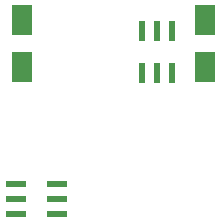
<source format=gbp>
G04 #@! TF.FileFunction,Paste,Bot*
%FSLAX46Y46*%
G04 Gerber Fmt 4.6, Leading zero omitted, Abs format (unit mm)*
G04 Created by KiCad (PCBNEW 4.0.0-stable) date 04.02.2016 17:28:42*
%MOMM*%
G01*
G04 APERTURE LIST*
%ADD10C,0.100000*%
%ADD11R,1.800860X2.499360*%
%ADD12R,1.800000X0.600000*%
%ADD13R,0.600000X1.800000*%
G04 APERTURE END LIST*
D10*
D11*
X142748000Y-106138980D03*
X142748000Y-102141020D03*
X158242000Y-106138980D03*
X158242000Y-102141020D03*
D12*
X145768000Y-116078000D03*
X145768000Y-117348000D03*
X145768000Y-118618000D03*
X142268000Y-118618000D03*
X142268000Y-117348000D03*
X142268000Y-116078000D03*
D13*
X155448000Y-106652000D03*
X154178000Y-106652000D03*
X152908000Y-106652000D03*
X152908000Y-103152000D03*
X154178000Y-103152000D03*
X155448000Y-103152000D03*
M02*

</source>
